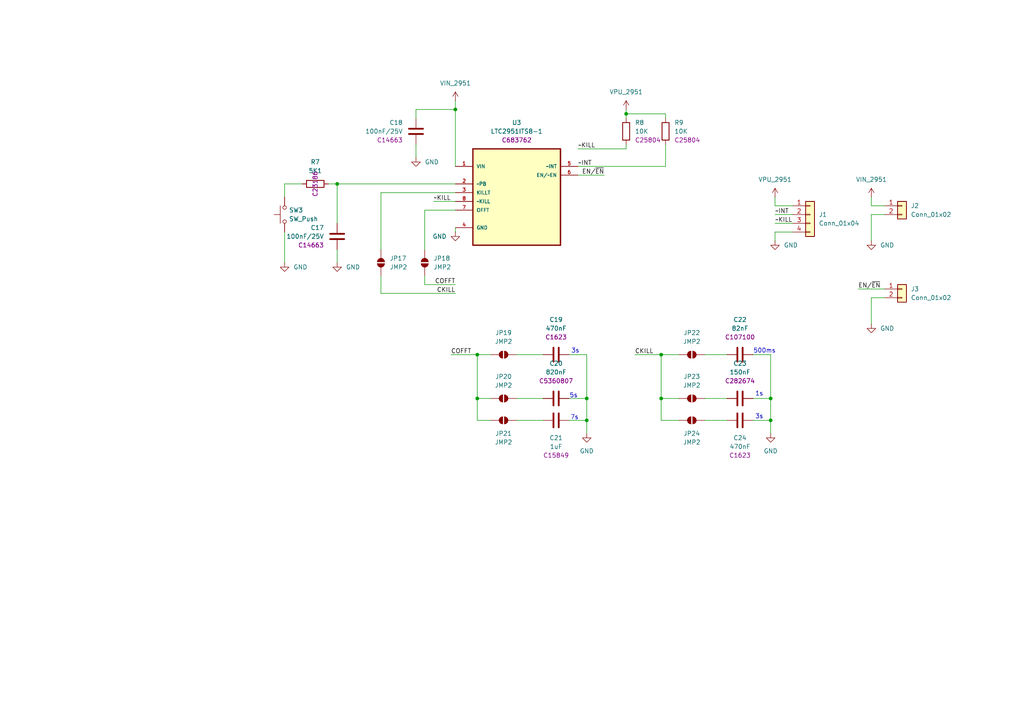
<source format=kicad_sch>
(kicad_sch (version 20250114) (generator "eeschema") (generator_version "9.0")
  (paper "A4")
  (lib_symbols
    (symbol "Connector_Generic:Conn_01x02" (pin_names (offset 1.016) (hide yes))
      (property "Reference" "J" (at 0 2.54 0))
      (property "Value" "Conn_01x02" (at 0 -5.08 0))
      (symbol "Conn_01x02_1_1"
        (rectangle (start -1.27 1.27) (end 1.27 -3.81) (stroke (width 0.254)) (fill (type background)))
        (rectangle (start -1.27 0.127) (end 0 -0.127) (stroke (width 0.1524)))
        (rectangle (start -1.27 -2.413) (end 0 -2.667) (stroke (width 0.1524)))
        (pin passive line (at -5.08 0 0) (length 3.81) (name "Pin_1") (number "1"))
        (pin passive line (at -5.08 -2.54 0) (length 3.81) (name "Pin_2") (number "2"))
      )
    )
    (symbol "Connector_Generic:Conn_01x04" (pin_names (offset 1.016) (hide yes))
      (property "Reference" "J" (at 0 5.08 0))
      (property "Value" "Conn_01x04" (at 0 -7.62 0))
      (symbol "Conn_01x04_1_1"
        (rectangle (start -1.27 3.81) (end 1.27 -6.35) (stroke (width 0.254)) (fill (type background)))
        (rectangle (start -1.27 2.667) (end 0 2.413) (stroke (width 0.1524)))
        (rectangle (start -1.27 0.127) (end 0 -0.127) (stroke (width 0.1524)))
        (rectangle (start -1.27 -2.413) (end 0 -2.667) (stroke (width 0.1524)))
        (rectangle (start -1.27 -4.953) (end 0 -5.207) (stroke (width 0.1524)))
        (pin passive line (at -5.08 2.54 0) (length 3.81) (name "Pin_1") (number "1"))
        (pin passive line (at -5.08 0 0) (length 3.81) (name "Pin_2") (number "2"))
        (pin passive line (at -5.08 -2.54 0) (length 3.81) (name "Pin_3") (number "3"))
        (pin passive line (at -5.08 -5.08 0) (length 3.81) (name "Pin_4") (number "4"))
      )
    )
    (symbol "Device:C" (pin_numbers (hide yes)) (pin_names (offset 0.254))
      (property "Reference" "C" (at 0.635 2.54 0))
      (property "Value" "C" (at 0.635 -2.54 0))
      (symbol "C_0_1"
        (polyline (pts (xy -2.032 0.762) (xy 2.032 0.762)) (stroke (width 0.508)))
        (polyline (pts (xy -2.032 -0.762) (xy 2.032 -0.762)) (stroke (width 0.508)))
      )
      (symbol "C_1_1"
        (pin passive line (at 0 3.81 270) (length 2.794) (name "~") (number "1"))
        (pin passive line (at 0 -3.81 90) (length 2.794) (name "~") (number "2"))
      )
    )
    (symbol "Device:R" (pin_numbers (hide yes)) (pin_names (offset 0))
      (property "Reference" "R" (at 2.032 0 90))
      (property "Value" "R" (at 0 0 90))
      (symbol "R_0_1"
        (rectangle (start -1.016 -2.54) (end 1.016 2.54) (stroke (width 0.254)))
      )
      (symbol "R_1_1"
        (pin passive line (at 0 3.81 270) (length 1.27) (name "~") (number "1"))
        (pin passive line (at 0 -3.81 90) (length 1.27) (name "~") (number "2"))
      )
    )
    (symbol "Jumper:SolderJumper_2_Open" (pin_numbers (hide yes)) (pin_names (offset 0) (hide yes)) (in_bom no)
      (property "Reference" "JP" (at 0 2.032 0))
      (property "Value" "SolderJumper_2_Open" (at 0 -2.54 0))
      (symbol "SolderJumper_2_Open_0_1"
        (polyline (pts (xy -0.254 1.016) (xy -0.254 -1.016)))
        (arc (start -0.254 -1.016) (mid -1.2656 0) (end -0.254 1.016))
        (arc (start -0.254 -1.016) (mid -1.2656 0) (end -0.254 1.016) (fill (type outline)))
        (arc (start 0.254 1.016) (mid 1.2656 0) (end 0.254 -1.016))
        (arc (start 0.254 1.016) (mid 1.2656 0) (end 0.254 -1.016) (fill (type outline)))
        (polyline (pts (xy 0.254 1.016) (xy 0.254 -1.016)))
      )
      (symbol "SolderJumper_2_Open_1_1"
        (pin passive line (at -3.81 0 0) (length 2.54) (name "A") (number "1"))
        (pin passive line (at 3.81 0 180) (length 2.54) (name "B") (number "2"))
      )
    )
    (symbol "LTC2951ITS8-1:LTC2951ITS8-1" (pin_names (offset 1.016))
      (property "Reference" "U" (at -4.8044 12.405 0))
      (property "Value" "LTC2951ITS8-1" (at -6.4375 -22.137 0))
      (symbol "LTC2951ITS8-1_0_0"
        (rectangle (start -12.7 -17.78) (end 12.7 10.16) (stroke (width 0.4064)) (fill (type background)))
        (pin power_in line (at -17.78 5.08 0) (length 5.08) (name "VIN") (number "1"))
        (pin input line (at -17.78 0 0) (length 5.08) (name "~PB") (number "2"))
        (pin input line (at -17.78 -2.54 0) (length 5.08) (name "KILLT") (number "3"))
        (pin input line (at -17.78 -5.08 0) (length 5.08) (name "~KILL") (number "8"))
        (pin input line (at -17.78 -7.62 0) (length 5.08) (name "OFFT") (number "7"))
        (pin passive line (at -17.78 -12.7 0) (length 5.08) (name "GND") (number "4"))
        (pin output line (at 17.78 5.08 180) (length 5.08) (name "~INT") (number "5"))
        (pin output line (at 17.78 2.54 180) (length 5.08) (name "EN/~EN") (number "6"))
      )
    )
    (symbol "Switch:SW_Push" (pin_numbers (hide yes)) (pin_names (offset 1.016) (hide yes))
      (property "Reference" "SW" (at 1.27 2.54 0))
      (property "Value" "SW_Push" (at 0 -1.524 0))
      (symbol "SW_Push_0_1"
        (circle (center -2.032 0) (radius 0.508))
        (polyline (pts (xy 0 1.27) (xy 0 3.048)))
        (circle (center 2.032 0) (radius 0.508))
        (polyline (pts (xy 2.54 1.27) (xy -2.54 1.27)))
        (pin passive line (at -5.08 0 0) (length 2.54) (name "1") (number "1"))
        (pin passive line (at 5.08 0 180) (length 2.54) (name "2") (number "2"))
      )
    )
    (symbol "power:GND" (power) (pin_numbers (hide yes)) (pin_names (offset 0) (hide yes))
      (property "Value" "GND" (at 0 -3.81 0))
      (symbol "GND_0_1"
        (polyline (pts (xy 0 0) (xy 0 -1.27) (xy 1.27 -1.27) (xy 0 -2.54) (xy -1.27 -1.27) (xy 0 -1.27)))
      )
      (symbol "GND_1_1"
        (pin power_in line (at 0 0 270) (length 0) (name "~") (number "1"))
      )
    )
    (symbol "power:VAA" (power) (pin_numbers (hide yes)) (pin_names (offset 0) (hide yes))
      (property "Value" "VAA" (at 0 3.556 0))
      (symbol "VAA_0_1"
        (polyline (pts (xy -0.762 1.27) (xy 0 2.54)))
        (polyline (pts (xy 0 2.54) (xy 0.762 1.27)))
        (polyline (pts (xy 0 0) (xy 0 2.54)))
      )
      (symbol "VAA_1_1"
        (pin power_in line (at 0 0 90) (length 0) (name "~") (number "1"))
      )
    )
  )
  (text "7s" (at 166.624 121.158 0) (effects (font (size 1.27 1.27))))
  (text "5s" (at 166.37 114.808 0) (effects (font (size 1.27 1.27))))
  (text "3s" (at 220.218 120.904 0) (effects (font (size 1.27 1.27))))
  (text "500ms" (at 221.742 101.854 0) (effects (font (size 1.27 1.27))))
  (text "3s" (at 166.878 101.854 0) (effects (font (size 1.27 1.27))))
  (text "1s\n" (at 220.218 114.3 0) (effects (font (size 1.27 1.27))))
  (junction (at 138.43 102.87))
  (junction (at 191.77 102.87))
  (junction (at 170.18 121.92))
  (junction (at 191.77 115.57))
  (junction (at 97.79 53.34))
  (junction (at 132.08 31.75))
  (junction (at 170.18 115.57))
  (junction (at 223.52 115.57))
  (junction (at 138.43 115.57))
  (junction (at 181.61 33.02))
  (junction (at 223.52 121.92))
  (wire (pts (xy 110.49 85.09) (xy 132.08 85.09)))
  (wire (pts (xy 223.52 115.57) (xy 223.52 102.87)))
  (wire (pts (xy 95.25 53.34) (xy 97.79 53.34)))
  (wire (pts (xy 167.64 43.18) (xy 181.61 43.18)))
  (wire (pts (xy 218.44 121.92) (xy 223.52 121.92)))
  (wire (pts (xy 97.79 76.2) (xy 97.79 72.39)))
  (wire (pts (xy 138.43 115.57) (xy 142.24 115.57)))
  (wire (pts (xy 181.61 33.02) (xy 181.61 34.29)))
  (wire (pts (xy 193.04 48.26) (xy 167.64 48.26)))
  (wire (pts (xy 123.19 60.96) (xy 123.19 72.39)))
  (wire (pts (xy 165.1 121.92) (xy 170.18 121.92)))
  (wire (pts (xy 165.1 115.57) (xy 170.18 115.57)))
  (wire (pts (xy 191.77 102.87) (xy 196.85 102.87)))
  (wire (pts (xy 120.65 41.91) (xy 120.65 45.72)))
  (wire (pts (xy 138.43 102.87) (xy 138.43 115.57)))
  (wire (pts (xy 132.08 31.75) (xy 132.08 48.26)))
  (wire (pts (xy 229.87 67.31) (xy 224.79 67.31)))
  (wire (pts (xy 224.79 64.77) (xy 229.87 64.77)))
  (wire (pts (xy 224.79 62.23) (xy 229.87 62.23)))
  (wire (pts (xy 224.79 59.69) (xy 229.87 59.69)))
  (wire (pts (xy 132.08 29.21) (xy 132.08 31.75)))
  (wire (pts (xy 252.73 93.98) (xy 252.73 86.36)))
  (wire (pts (xy 252.73 57.15) (xy 252.73 59.69)))
  (wire (pts (xy 252.73 62.23) (xy 256.54 62.23)))
  (wire (pts (xy 181.61 33.02) (xy 193.04 33.02)))
  (wire (pts (xy 204.47 102.87) (xy 210.82 102.87)))
  (wire (pts (xy 252.73 86.36) (xy 256.54 86.36)))
  (wire (pts (xy 252.73 69.85) (xy 252.73 62.23)))
  (wire (pts (xy 223.52 102.87) (xy 218.44 102.87)))
  (wire (pts (xy 223.52 121.92) (xy 223.52 115.57)))
  (wire (pts (xy 123.19 82.55) (xy 132.08 82.55)))
  (wire (pts (xy 132.08 67.31) (xy 132.08 66.04)))
  (wire (pts (xy 204.47 115.57) (xy 210.82 115.57)))
  (wire (pts (xy 82.55 57.15) (xy 82.55 53.34)))
  (wire (pts (xy 191.77 121.92) (xy 196.85 121.92)))
  (wire (pts (xy 224.79 57.15) (xy 224.79 59.69)))
  (wire (pts (xy 204.47 121.92) (xy 210.82 121.92)))
  (wire (pts (xy 224.79 67.31) (xy 224.79 69.85)))
  (wire (pts (xy 130.81 102.87) (xy 138.43 102.87)))
  (wire (pts (xy 223.52 125.73) (xy 223.52 121.92)))
  (wire (pts (xy 138.43 102.87) (xy 142.24 102.87)))
  (wire (pts (xy 132.08 55.88) (xy 110.49 55.88)))
  (wire (pts (xy 252.73 59.69) (xy 256.54 59.69)))
  (wire (pts (xy 132.08 60.96) (xy 123.19 60.96)))
  (wire (pts (xy 149.86 121.92) (xy 157.48 121.92)))
  (wire (pts (xy 138.43 121.92) (xy 142.24 121.92)))
  (wire (pts (xy 149.86 102.87) (xy 157.48 102.87)))
  (wire (pts (xy 184.15 102.87) (xy 191.77 102.87)))
  (wire (pts (xy 120.65 31.75) (xy 132.08 31.75)))
  (wire (pts (xy 165.1 102.87) (xy 170.18 102.87)))
  (wire (pts (xy 191.77 115.57) (xy 196.85 115.57)))
  (wire (pts (xy 181.61 43.18) (xy 181.61 41.91)))
  (wire (pts (xy 82.55 53.34) (xy 87.63 53.34)))
  (wire (pts (xy 125.73 58.42) (xy 132.08 58.42)))
  (wire (pts (xy 138.43 115.57) (xy 138.43 121.92)))
  (wire (pts (xy 97.79 53.34) (xy 132.08 53.34)))
  (wire (pts (xy 170.18 102.87) (xy 170.18 115.57)))
  (wire (pts (xy 193.04 34.29) (xy 193.04 33.02)))
  (wire (pts (xy 193.04 41.91) (xy 193.04 48.26)))
  (wire (pts (xy 110.49 80.01) (xy 110.49 85.09)))
  (wire (pts (xy 170.18 115.57) (xy 170.18 121.92)))
  (wire (pts (xy 123.19 80.01) (xy 123.19 82.55)))
  (wire (pts (xy 191.77 102.87) (xy 191.77 115.57)))
  (wire (pts (xy 120.65 34.29) (xy 120.65 31.75)))
  (wire (pts (xy 248.92 83.82) (xy 256.54 83.82)))
  (wire (pts (xy 181.61 31.75) (xy 181.61 33.02)))
  (wire (pts (xy 218.44 115.57) (xy 223.52 115.57)))
  (wire (pts (xy 170.18 121.92) (xy 170.18 125.73)))
  (wire (pts (xy 191.77 121.92) (xy 191.77 115.57)))
  (wire (pts (xy 82.55 76.2) (xy 82.55 67.31)))
  (wire (pts (xy 97.79 64.77) (xy 97.79 53.34)))
  (wire (pts (xy 149.86 115.57) (xy 157.48 115.57)))
  (wire (pts (xy 110.49 55.88) (xy 110.49 72.39)))
  (wire (pts (xy 175.26 50.8) (xy 167.64 50.8)))
  (label "CKILL" (at 184.15 102.87 0))
  (label "~INT" (at 167.64 48.26 0))
  (label "COFFT" (at 132.08 82.55 180))
  (label "COFFT" (at 130.81 102.87 0))
  (label "~KILL" (at 167.64 43.18 0))
  (label "~KILL" (at 224.79 64.77 0))
  (label "EN/~{EN}" (at 175.26 50.8 180))
  (label "~INT" (at 224.79 62.23 0))
  (label "EN/~{EN}" (at 248.92 83.82 0))
  (label "CKILL" (at 132.08 85.09 180))
  (label "~KILL" (at 125.73 58.42 0))
  (symbol (lib_id "power:VAA") (at 132.08 29.21 0) (unit 1)
    (property "Reference" "#PWR020" (effects (hide yes)))
    (property "Value" "VIN_2951" (at 132.08 24.13 0))
    (property "Description" "Power symbol creates a global label with name \"VAA\"" (effects (hide yes)))
  )
  (symbol (lib_id "Jumper:SolderJumper_2_Open") (at 146.05 102.87 180) (unit 1) (in_bom no)
    (property "Reference" "JP19" (at 146.05 96.52 0))
    (property "Value" "JMP2" (at 146.05 99.06 0))
    (property "Footprint" "Jumper:SolderJumper-2_P1.3mm_Open_RoundedPad1.0x1.5mm" (effects (hide yes)))
    (property "Description" "Solder Jumper, 2-pole, open" (effects (hide yes)))
  )
  (symbol (lib_id "Connector_Generic:Conn_01x02") (at 261.62 83.82 0) (unit 1)
    (property "Reference" "J3" (at 264.16 83.8199 0) (effects (justify left)))
    (property "Value" "Conn_01x02" (at 264.16 86.3599 0) (effects (justify left)))
    (property "Footprint" "Connector_PinHeader_2.54mm:PinHeader_1x02_P2.54mm_Vertical" (effects (hide yes)))
    (property "Description" "Generic connector, single row, 01x02, script generated (kicad-library-utils/schlib/autogen/connector/)" (effects (hide yes)))
  )
  (symbol (lib_id "Device:R") (at 193.04 38.1 180) (unit 1)
    (property "Reference" "R9" (at 195.58 35.5599 0) (effects (justify right)))
    (property "Value" "10K" (at 195.58 38.0999 0) (effects (justify right)))
    (property "Footprint" "Resistor_SMD:R_0603_1608Metric" (effects (hide yes)))
    (property "Description" "Resistor" (effects (hide yes)))
    (property "JLCPCB Part #" "C25804" (at 195.58 40.6399 0) (effects (justify right)))
  )
  (symbol (lib_id "power:GND") (at 132.08 67.31 0) (unit 1)
    (property "Reference" "#PWR025" (effects (hide yes)))
    (property "Value" "GND" (at 129.54 68.5799 0) (effects (justify right)))
    (property "Description" "Power symbol creates a global label with name \"GND\" , ground" (effects (hide yes)))
  )
  (symbol (lib_id "power:GND") (at 170.18 125.73 0) (unit 1)
    (property "Reference" "#PWR021" (effects (hide yes)))
    (property "Value" "GND" (at 170.18 130.81 0))
    (property "Description" "Power symbol creates a global label with name \"GND\" , ground" (effects (hide yes)))
  )
  (symbol (lib_id "power:VAA") (at 252.73 57.15 0) (unit 1)
    (property "Reference" "#PWR036" (effects (hide yes)))
    (property "Value" "VIN_2951" (at 252.73 52.07 0))
    (property "Description" "Power symbol creates a global label with name \"VAA\"" (effects (hide yes)))
  )
  (symbol (lib_id "Jumper:SolderJumper_2_Open") (at 200.66 102.87 180) (unit 1) (in_bom no)
    (property "Reference" "JP22" (at 200.66 96.52 0))
    (property "Value" "JMP2" (at 200.66 99.06 0))
    (property "Footprint" "Jumper:SolderJumper-2_P1.3mm_Open_RoundedPad1.0x1.5mm" (effects (hide yes)))
    (property "Description" "Solder Jumper, 2-pole, open" (effects (hide yes)))
  )
  (symbol (lib_id "Device:C") (at 120.65 38.1 0) (unit 1)
    (property "Reference" "C18" (at 116.84 35.5599 0) (effects (justify right)))
    (property "Value" "100nF/25V" (at 116.84 38.0999 0) (effects (justify right)))
    (property "Footprint" "Capacitor_SMD:C_0603_1608Metric" (effects (hide yes)))
    (property "Description" "Unpolarized capacitor" (effects (hide yes)))
    (property "JLCPCB Part #" "C14663" (at 116.84 40.6399 0) (effects (justify right)))
  )
  (symbol (lib_id "power:GND") (at 252.73 69.85 0) (unit 1)
    (property "Reference" "#PWR037" (effects (hide yes)))
    (property "Value" "GND" (at 255.27 71.1199 0) (effects (justify left)))
    (property "Description" "Power symbol creates a global label with name \"GND\" , ground" (effects (hide yes)))
  )
  (symbol (lib_id "power:VAA") (at 181.61 31.75 0) (unit 1)
    (property "Reference" "#PWR024" (effects (hide yes)))
    (property "Value" "VPU_2951" (at 181.61 26.67 0))
    (property "Description" "Power symbol creates a global label with name \"VAA\"" (effects (hide yes)))
  )
  (symbol (lib_id "Switch:SW_Push") (at 82.55 62.23 90) (unit 1)
    (property "Reference" "SW3" (at 83.82 60.9599 90) (effects (justify right)))
    (property "Value" "SW_Push" (at 83.82 63.4999 90) (effects (justify right)))
    (property "Footprint" "Button_Switch_THT:SW_PUSH_6mm" (effects (hide yes)))
    (property "Description" "Push button switch, generic, two pins" (effects (hide yes)))
  )
  (symbol (lib_id "LTC2951ITS8-1:LTC2951ITS8-1") (at 149.86 53.34 0) (unit 1)
    (property "Reference" "U3" (at 149.86 35.56 0))
    (property "Value" "LTC2951ITS8-1" (at 149.86 38.1 0))
    (property "Footprint" "LTC2951ITS8-1:LTC2951ITS8-1" (effects (hide yes)))
    (property "MF" "Analog Devices, Inc." (effects (hide yes)))
    (property "Description_1" "Controller 2.7V to 26.4V 8-Pin TSOT-23 T/R" (effects (hide yes)))
    (property "PACKAGE" "TSOT-23-8" (effects (hide yes)))
    (property "MPN" "LTC2951ITS8-1#TRMPBF" (effects (hide yes)))
    (property "Price" "None" (effects (hide yes)))
    (property "Package" "SOT-8 Analog Devices" (effects (hide yes)))
    (property "OC_FARNELL" "1673548" (effects (hide yes)))
    (property "SnapEDA_Link" "https://www.snapeda.com/parts/LTC2951ITS8-1/Analog+Devices/view-part/?ref=snap" (effects (hide yes)))
    (property "MP" "LTC2951ITS8-1" (effects (hide yes)))
    (property "SUPPLIER" "Linear Technology" (effects (hide yes)))
    (property "OC_NEWARK" "12P6563" (effects (hide yes)))
    (property "Availability" "In Stock" (effects (hide yes)))
    (property "Check_prices" "https://www.snapeda.com/parts/LTC2951ITS8-1/Analog+Devices/view-part/?ref=eda" (effects (hide yes)))
    (property "JLCPCB Part #" "C683762" (at 149.86 40.64 0))
  )
  (symbol (lib_id "Connector_Generic:Conn_01x02") (at 261.62 59.69 0) (unit 1)
    (property "Reference" "J2" (at 264.16 59.6899 0) (effects (justify left)))
    (property "Value" "Conn_01x02" (at 264.16 62.2299 0) (effects (justify left)))
    (property "Footprint" "Connector_PinHeader_2.54mm:PinHeader_1x02_P2.54mm_Vertical" (effects (hide yes)))
    (property "Description" "Generic connector, single row, 01x02, script generated (kicad-library-utils/schlib/autogen/connector/)" (effects (hide yes)))
  )
  (symbol (lib_id "Device:C") (at 161.29 121.92 90) (unit 1)
    (property "Reference" "C21" (at 161.29 127 90))
    (property "Value" "1uF" (at 161.29 129.54 90))
    (property "Footprint" "Capacitor_SMD:C_0603_1608Metric" (effects (hide yes)))
    (property "Description" "Unpolarized capacitor" (effects (hide yes)))
    (property "JLCPCB Part #" "C15849" (at 161.29 132.08 90))
  )
  (symbol (lib_id "power:GND") (at 223.52 125.73 0) (unit 1)
    (property "Reference" "#PWR022" (effects (hide yes)))
    (property "Value" "GND" (at 223.52 130.81 0))
    (property "Description" "Power symbol creates a global label with name \"GND\" , ground" (effects (hide yes)))
  )
  (symbol (lib_id "power:GND") (at 252.73 93.98 0) (unit 1)
    (property "Reference" "#PWR039" (effects (hide yes)))
    (property "Value" "GND" (at 255.27 95.2499 0) (effects (justify left)))
    (property "Description" "Power symbol creates a global label with name \"GND\" , ground" (effects (hide yes)))
  )
  (symbol (lib_id "Device:C") (at 97.79 68.58 0) (unit 1)
    (property "Reference" "C17" (at 93.98 66.0399 0) (effects (justify right)))
    (property "Value" "100nF/25V" (at 93.98 68.5799 0) (effects (justify right)))
    (property "Footprint" "Capacitor_SMD:C_0603_1608Metric" (effects (hide yes)))
    (property "Description" "Unpolarized capacitor" (effects (hide yes)))
    (property "JLCPCB Part #" "C14663" (at 93.98 71.1199 0) (effects (justify right)))
  )
  (symbol (lib_id "Device:R") (at 181.61 38.1 180) (unit 1)
    (property "Reference" "R8" (at 184.15 35.5599 0) (effects (justify right)))
    (property "Value" "10K" (at 184.15 38.0999 0) (effects (justify right)))
    (property "Footprint" "Resistor_SMD:R_0603_1608Metric" (effects (hide yes)))
    (property "Description" "Resistor" (effects (hide yes)))
    (property "JLCPCB Part #" "C25804" (at 184.15 40.6399 0) (effects (justify right)))
  )
  (symbol (lib_id "Jumper:SolderJumper_2_Open") (at 200.66 115.57 180) (unit 1) (in_bom no)
    (property "Reference" "JP23" (at 200.66 109.22 0))
    (property "Value" "JMP2" (at 200.66 111.76 0))
    (property "Footprint" "Jumper:SolderJumper-2_P1.3mm_Open_RoundedPad1.0x1.5mm" (effects (hide yes)))
    (property "Description" "Solder Jumper, 2-pole, open" (effects (hide yes)))
  )
  (symbol (lib_id "Jumper:SolderJumper_2_Open") (at 200.66 121.92 180) (unit 1) (in_bom no)
    (property "Reference" "JP24" (at 200.66 125.73 0))
    (property "Value" "JMP2" (at 200.66 128.27 0))
    (property "Footprint" "Jumper:SolderJumper-2_P1.3mm_Open_RoundedPad1.0x1.5mm" (effects (hide yes)))
    (property "Description" "Solder Jumper, 2-pole, open" (effects (hide yes)))
  )
  (symbol (lib_id "Device:C") (at 161.29 115.57 90) (unit 1)
    (property "Reference" "C20" (at 161.29 105.41 90))
    (property "Value" "820nF" (at 161.29 107.95 90))
    (property "Footprint" "Capacitor_SMD:C_0603_1608Metric" (effects (hide yes)))
    (property "Description" "Unpolarized capacitor" (effects (hide yes)))
    (property "JLCPCB Part #" "C5360807" (at 161.29 110.49 90))
  )
  (symbol (lib_id "power:VAA") (at 224.79 57.15 0) (unit 1)
    (property "Reference" "#PWR034" (effects (hide yes)))
    (property "Value" "VPU_2951" (at 224.79 52.07 0))
    (property "Description" "Power symbol creates a global label with name \"VAA\"" (effects (hide yes)))
  )
  (symbol (lib_id "Device:C") (at 214.63 102.87 90) (unit 1)
    (property "Reference" "C22" (at 214.63 92.71 90))
    (property "Value" "82nF" (at 214.63 95.25 90))
    (property "Footprint" "Capacitor_SMD:C_0603_1608Metric" (effects (hide yes)))
    (property "Description" "Unpolarized capacitor" (effects (hide yes)))
    (property "JLCPCB Part #" "C107100" (at 214.63 97.79 90))
  )
  (symbol (lib_id "Device:C") (at 214.63 115.57 90) (unit 1)
    (property "Reference" "C23" (at 214.63 105.41 90))
    (property "Value" "150nF" (at 214.63 107.95 90))
    (property "Footprint" "Capacitor_SMD:C_0603_1608Metric" (effects (hide yes)))
    (property "Description" "Unpolarized capacitor" (effects (hide yes)))
    (property "JLCPCB Part #" "C282674" (at 214.63 110.49 90))
  )
  (symbol (lib_id "Jumper:SolderJumper_2_Open") (at 146.05 121.92 180) (unit 1) (in_bom no)
    (property "Reference" "JP21" (at 146.05 125.73 0))
    (property "Value" "JMP2" (at 146.05 128.27 0))
    (property "Footprint" "Jumper:SolderJumper-2_P1.3mm_Open_RoundedPad1.0x1.5mm" (effects (hide yes)))
    (property "Description" "Solder Jumper, 2-pole, open" (effects (hide yes)))
  )
  (symbol (lib_id "power:GND") (at 82.55 76.2 0) (unit 1)
    (property "Reference" "#PWR017" (effects (hide yes)))
    (property "Value" "GND" (at 85.09 77.4699 0) (effects (justify left)))
    (property "Description" "Power symbol creates a global label with name \"GND\" , ground" (effects (hide yes)))
  )
  (symbol (lib_id "Device:C") (at 214.63 121.92 90) (unit 1)
    (property "Reference" "C24" (at 214.63 127 90))
    (property "Value" "470nF" (at 214.63 129.54 90))
    (property "Footprint" "Capacitor_SMD:C_0603_1608Metric" (effects (hide yes)))
    (property "Description" "Unpolarized capacitor" (effects (hide yes)))
    (property "JLCPCB Part #" "C1623" (at 214.63 132.08 90))
  )
  (symbol (lib_id "power:GND") (at 120.65 45.72 0) (unit 1)
    (property "Reference" "#PWR019" (effects (hide yes)))
    (property "Value" "GND" (at 123.19 46.9899 0) (effects (justify left)))
    (property "Description" "Power symbol creates a global label with name \"GND\" , ground" (effects (hide yes)))
  )
  (symbol (lib_id "Device:C") (at 161.29 102.87 90) (unit 1)
    (property "Reference" "C19" (at 161.29 92.71 90))
    (property "Value" "470nF" (at 161.29 95.25 90))
    (property "Footprint" "Capacitor_SMD:C_0603_1608Metric" (effects (hide yes)))
    (property "Description" "Unpolarized capacitor" (effects (hide yes)))
    (property "JLCPCB Part #" "C1623" (at 161.29 97.79 90))
  )
  (symbol (lib_id "Device:R") (at 91.44 53.34 90) (unit 1)
    (property "Reference" "R7" (at 91.44 46.99 90))
    (property "Value" "5K1" (at 91.44 49.53 90))
    (property "Footprint" "Resistor_SMD:R_0603_1608Metric" (effects (hide yes)))
    (property "Description" "Resistor" (effects (hide yes)))
    (property "JLCPCB Part #" "C23186" (at 91.44 53.34 0))
  )
  (symbol (lib_id "Jumper:SolderJumper_2_Open") (at 123.19 76.2 90) (unit 1) (in_bom no)
    (property "Reference" "JP18" (at 125.73 74.9299 90) (effects (justify right)))
    (property "Value" "JMP2" (at 125.73 77.4699 90) (effects (justify right)))
    (property "Footprint" "Jumper:SolderJumper-2_P1.3mm_Open_RoundedPad1.0x1.5mm" (effects (hide yes)))
    (property "Description" "Solder Jumper, 2-pole, open" (effects (hide yes)))
  )
  (symbol (lib_id "Jumper:SolderJumper_2_Open") (at 146.05 115.57 180) (unit 1) (in_bom no)
    (property "Reference" "JP20" (at 146.05 109.22 0))
    (property "Value" "JMP2" (at 146.05 111.76 0))
    (property "Footprint" "Jumper:SolderJumper-2_P1.3mm_Open_RoundedPad1.0x1.5mm" (effects (hide yes)))
    (property "Description" "Solder Jumper, 2-pole, open" (effects (hide yes)))
  )
  (symbol (lib_id "power:GND") (at 97.79 76.2 0) (unit 1)
    (property "Reference" "#PWR018" (effects (hide yes)))
    (property "Value" "GND" (at 100.33 77.4699 0) (effects (justify left)))
    (property "Description" "Power symbol creates a global label with name \"GND\" , ground" (effects (hide yes)))
  )
  (symbol (lib_id "Connector_Generic:Conn_01x04") (at 234.95 62.23 0) (unit 1)
    (property "Reference" "J1" (at 237.49 62.2299 0) (effects (justify left)))
    (property "Value" "Conn_01x04" (at 237.49 64.7699 0) (effects (justify left)))
    (property "Footprint" "Connector_PinHeader_2.54mm:PinHeader_1x04_P2.54mm_Vertical" (effects (hide yes)))
    (property "Description" "Generic connector, single row, 01x04, script generated (kicad-library-utils/schlib/autogen/connector/)" (effects (hide yes)))
  )
  (symbol (lib_id "Jumper:SolderJumper_2_Open") (at 110.49 76.2 90) (unit 1) (in_bom no)
    (property "Reference" "JP17" (at 113.03 74.9299 90) (effects (justify right)))
    (property "Value" "JMP2" (at 113.03 77.4699 90) (effects (justify right)))
    (property "Footprint" "Jumper:SolderJumper-2_P1.3mm_Open_RoundedPad1.0x1.5mm" (effects (hide yes)))
    (property "Description" "Solder Jumper, 2-pole, open" (effects (hide yes)))
  )
  (symbol (lib_id "power:GND") (at 224.79 69.85 0) (unit 1)
    (property "Reference" "#PWR035" (effects (hide yes)))
    (property "Value" "GND" (at 227.33 71.1199 0) (effects (justify left)))
    (property "Description" "Power symbol creates a global label with name \"GND\" , ground" (effects (hide yes)))
  )
)
</source>
